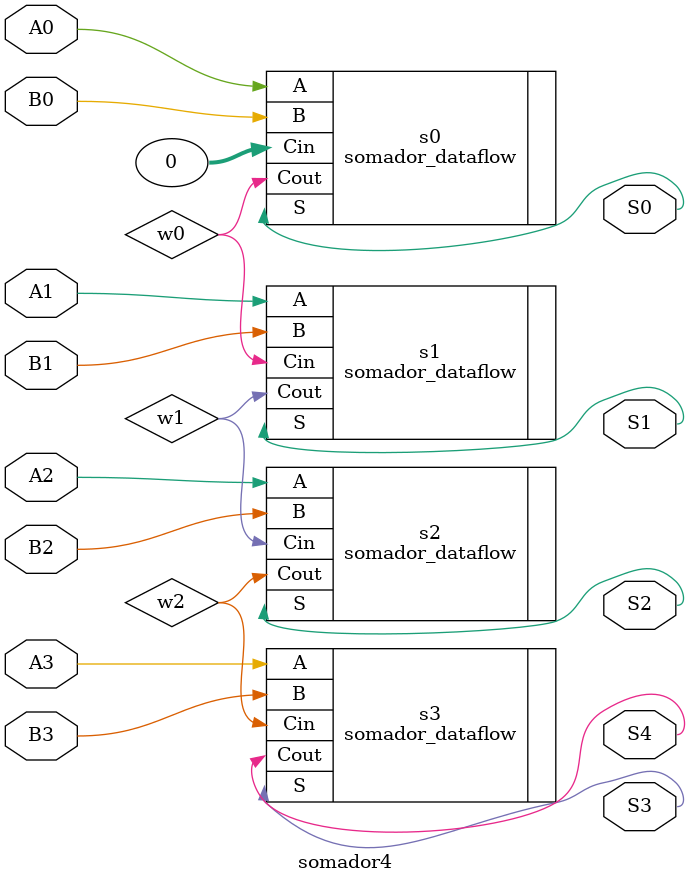
<source format=v>
module somador4 (
	input A0, 
	input A1, 
	input A2, 
	input A3, 
	input B0, 
	input B1, 
	input B2, 
	input B3,
	output S0, 
	output S1, 
	output S2, 
	output S3, 
	output S4);
	wire w0, w1, w2;
	
	somador_dataflow s0(
		.S(S0),
		.Cout(w0),
		.A(A0),
		.B(B0),
		.Cin(0));
		
	somador_dataflow s1(
		.S(S1),
		.Cout(w1),
		.A(A1),
		.B(B1),
		.Cin(w0));
		
	somador_dataflow s2(
		.S(S2),
		.Cout(w2),
		.A(A2),
		.B(B2),
		.Cin(w1));
		
	somador_dataflow s3(
		.S(S3),
		.Cout(S4),
		.A(A3),
		.B(B3),
		.Cin(w2));
endmodule

</source>
